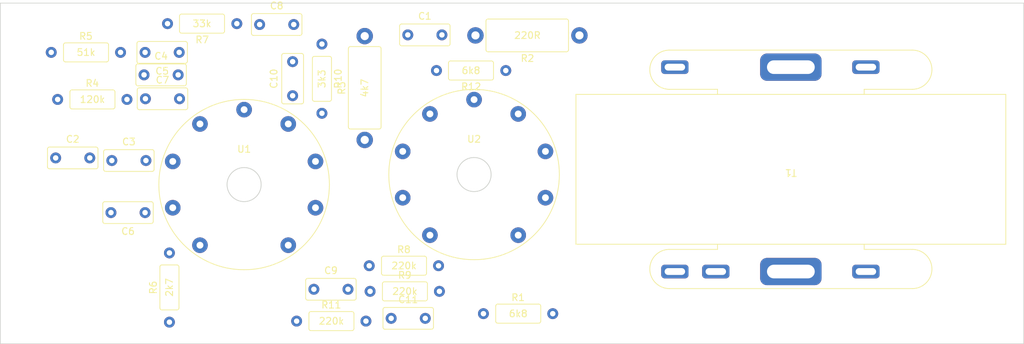
<source format=kicad_pcb>
(kicad_pcb (version 20211014) (generator pcbnew)
  (layers (0 "F.Cu" signal) (31 "B.Cu" signal) (34 "B.Paste" user) (35 "F.Paste" user) (36 "B.SilkS" user "B.Silkscreen") (37 "F.SilkS" user "F.Silkscreen") (38 "B.Mask" user) (39 "F.Mask" user) (44 "Edge.Cuts" user))
  (net 0 "")
  (net 1 "Left_input")
  (net 2 "Net-(C2-Pad2)")
  (net 3 "Net-(U1-Pad7)")
  (net 4 "Net-(C4-Pad1)")
  (net 5 "Net-(C4-Pad2)")
  (net 6 "Net-(C5-Pad2)")
  (net 7 "Net-(U1-Pad8)")
  (net 8 "Net-(U1-Pad6)")
  (net 10 "Net-(C8-Pad1)")
  (net 11 "Net-(C1-Pad1)")
  (net 12 "Net-(U1-Pad3)")
  (net 13 "Net-(C9-Pad1)")
  (net 14 "GND")
  (net 15 "Net-(U1-Pad1)")
  (net 16 "Net-(R1-Pad1)")
  (net 17 "Net-(R1-Pad2)")
  (net 18 "Net-(R2-Pad1)")
  (net 19 "Net-(R3-Pad1)")
  (net 20 "Net-(R4-Pad1)")
  (net 21 "240V")
  (net 22 "Left_output")
  (net 23 "Net-(U2-Pad9)")
  (net 24 "Net-(U1-Pad2)")
  (net 25 "+6V")
  (footprint "spdf1626_lib:C_THT_K73-17_P5.00mm" (layer "F.Cu") (at 111.0634 30.5308)
    (fp_text reference "C4" (at 2.5 -2.75) (layer "F.SilkS"))
    (fp_text value "2200pF")
    (fp_line (start -0.9 -1.6) (end 5.9 -1.6) (layer "F.SilkS") (width 0.12))
    (fp_line (start 6.2 -1.3) (end 6.2 1.3) (layer "F.SilkS") (width 0.12))
    (fp_line (start -0.9 1.6) (end 5.9 1.6) (layer "F.SilkS") (width 0.12))
    (fp_line (start -1.2 -1.3) (end -1.2 1.3) (layer "F.SilkS") (width 0.12))
    (fp_arc (start 6.2 1.3) (mid 6.112132 1.512132) (end 5.9 1.6) (layer "F.SilkS") (width 0.12))
    (fp_arc (start -1.2 -1.3) (mid -1.112132 -1.512132) (end -0.9 -1.6) (layer "F.SilkS") (width 0.12))
    (fp_arc (start 5.9 -1.6) (mid 6.112132 -1.512132) (end 6.2 -1.3) (layer "F.SilkS") (width 0.12))
    (fp_arc (start -0.9 1.6) (mid -1.112132 1.512132) (end -1.2 1.3) (layer "F.SilkS") (width 0.12))
    (pad "1" thru_hole circle (at 0 0) (size 1.6 1.6) (drill 0.8) (layers *.Cu *.Mask) (net 4 "Net-(C4-Pad1)"))
    (pad "2" thru_hole circle (at 5 0) (size 1.6 1.6) (drill 0.8) (layers *.Cu *.Mask) (net 5 "Net-(C4-Pad2)"))
  )
  (footprint "spdf1626_lib:C_THT_K73-17_P5.00mm" (layer "F.Cu") (at 111.212 50.7492 180)
    (fp_text reference "C6" (at 2.5 -2.75) (layer "F.SilkS"))
    (fp_text value "0,01uF")
    (fp_line (start 6.2 -1.3) (end 6.2 1.3) (layer "F.SilkS") (width 0.12))
    (fp_line (start -0.9 -1.6) (end 5.9 -1.6) (layer "F.SilkS") (width 0.12))
    (fp_line (start -0.9 1.6) (end 5.9 1.6) (layer "F.SilkS") (width 0.12))
    (fp_line (start -1.2 -1.3) (end -1.2 1.3) (layer "F.SilkS") (width 0.12))
    (fp_arc (start -1.2 -1.3) (mid -1.112132 -1.512132) (end -0.9 -1.6) (layer "F.SilkS") (width 0.12))
    (fp_arc (start -0.9 1.6) (mid -1.112132 1.512132) (end -1.2 1.3) (layer "F.SilkS") (width 0.12))
    (fp_arc (start 5.9 -1.6) (mid 6.112132 -1.512132) (end 6.2 -1.3) (layer "F.SilkS") (width 0.12))
    (fp_arc (start 6.2 1.3) (mid 6.112132 1.512132) (end 5.9 1.6) (layer "F.SilkS") (width 0.12))
    (pad "1" thru_hole circle (at 0 0 180) (size 1.6 1.6) (drill 0.8) (layers *.Cu *.Mask) (net 7 "Net-(U1-Pad8)"))
    (pad "2" thru_hole circle (at 5 0 180) (size 1.6 1.6) (drill 0.8) (layers *.Cu *.Mask) (net 14 "GND"))
  )
  (footprint "spdf1626_lib:R_THT_025W" (layer "F.Cu") (at 98.3996 34.1376)
    (fp_text reference "R4" (at 5.08 -2.37) (layer "F.SilkS"))
    (fp_text value "120k" (at 5.1 0) (layer "F.SilkS"))
    (fp_line (start 1.8 -1.1) (end 1.8 1.1) (layer "F.SilkS") (width 0.12))
    (fp_line (start 2.1 1.4) (end 8.1 1.4) (layer "F.SilkS") (width 0.12))
    (fp_line (start 8.4 1.1) (end 8.4 -1.1) (layer "F.SilkS") (width 0.12))
    (fp_line (start 8.1 -1.4) (end 2.1 -1.4) (layer "F.SilkS") (width 0.12))
    (fp_arc (start 8.4 1.1) (mid 8.312132 1.312132) (end 8.1 1.4) (layer "F.SilkS") (width 0.12))
    (fp_arc (start 8.1 -1.4) (mid 8.312132 -1.312132) (end 8.4 -1.1) (layer "F.SilkS") (width 0.12))
    (fp_arc (start 2.1 1.4) (mid 1.887868 1.312132) (end 1.8 1.1) (layer "F.SilkS") (width 0.12))
    (fp_arc (start 1.8 -1.1) (mid 1.887868 -1.312132) (end 2.1 -1.4) (layer "F.SilkS") (width 0.12))
    (pad "1" thru_hole circle (at 0 0) (size 1.6 1.6) (drill 0.8) (layers *.Cu *.Mask) (net 20 "Net-(R4-Pad1)"))
    (pad "2" thru_hole oval (at 10.16 0) (size 1.6 1.6) (drill 0.8) (layers *.Cu *.Mask) (net 4 "Net-(C4-Pad1)"))
  )
  (footprint "spdf1626_lib:R_THT_025W" (layer "F.Cu") (at 124.6632 23.0124 180)
    (fp_text reference "R7" (at 5.08 -2.37) (layer "F.SilkS"))
    (fp_text value "33k" (at 5.1 0) (layer "F.SilkS"))
    (fp_line (start 1.8 -1.1) (end 1.8 1.1) (layer "F.SilkS") (width 0.12))
    (fp_line (start 8.1 -1.4) (end 2.1 -1.4) (layer "F.SilkS") (width 0.12))
    (fp_line (start 2.1 1.4) (end 8.1 1.4) (layer "F.SilkS") (width 0.12))
    (fp_line (start 8.4 1.1) (end 8.4 -1.1) (layer "F.SilkS") (width 0.12))
    (fp_arc (start 1.8 -1.1) (mid 1.887868 -1.312132) (end 2.1 -1.4) (layer "F.SilkS") (width 0.12))
    (fp_arc (start 2.1 1.4) (mid 1.887868 1.312132) (end 1.8 1.1) (layer "F.SilkS") (width 0.12))
    (fp_arc (start 8.1 -1.4) (mid 8.312132 -1.312132) (end 8.4 -1.1) (layer "F.SilkS") (width 0.12))
    (fp_arc (start 8.4 1.1) (mid 8.312132 1.312132) (end 8.1 1.4) (layer "F.SilkS") (width 0.12))
    (pad "1" thru_hole circle (at 0 0 180) (size 1.6 1.6) (drill 0.8) (layers *.Cu *.Mask) (net 10 "Net-(C8-Pad1)"))
    (pad "2" thru_hole oval (at 10.16 0 180) (size 1.6 1.6) (drill 0.8) (layers *.Cu *.Mask) (net 5 "Net-(C4-Pad2)"))
  )
  (footprint "spdf1626_lib:R_THT_025W" (layer "F.Cu") (at 137.1346 26.0096 -90)
    (fp_text reference "R10" (at 5.08 -2.37 90) (layer "F.SilkS"))
    (fp_text value "3k3" (at 5.1 0 90) (layer "F.SilkS"))
    (fp_line (start 8.1 -1.4) (end 2.1 -1.4) (layer "F.SilkS") (width 0.12))
    (fp_line (start 2.1 1.4) (end 8.1 1.4) (layer "F.SilkS") (width 0.12))
    (fp_line (start 1.8 -1.1) (end 1.8 1.1) (layer "F.SilkS") (width 0.12))
    (fp_line (start 8.4 1.1) (end 8.4 -1.1) (layer "F.SilkS") (width 0.12))
    (fp_arc (start 2.1 1.4) (mid 1.887868 1.312132) (end 1.8 1.1) (layer "F.SilkS") (width 0.12))
    (fp_arc (start 8.4 1.1) (mid 8.312132 1.312132) (end 8.1 1.4) (layer "F.SilkS") (width 0.12))
    (fp_arc (start 8.1 -1.4) (mid 8.312132 -1.312132) (end 8.4 -1.1) (layer "F.SilkS") (width 0.12))
    (fp_arc (start 1.8 -1.1) (mid 1.887868 -1.312132) (end 2.1 -1.4) (layer "F.SilkS") (width 0.12))
    (pad "1" thru_hole circle (at 0 0 270) (size 1.6 1.6) (drill 0.8) (layers *.Cu *.Mask) (net 14 "GND"))
    (pad "2" thru_hole oval (at 10.16 0 270) (size 1.6 1.6) (drill 0.8) (layers *.Cu *.Mask) (net 12 "Net-(U1-Pad3)"))
  )
  (footprint "spdf1626_lib:R_THT_025W" (layer "F.Cu") (at 133.4262 66.675)
    (fp_text reference "R11" (at 5.08 -2.37) (layer "F.SilkS"))
    (fp_text value "220k" (at 5.1 0) (layer "F.SilkS"))
    (fp_line (start 1.8 -1.1) (end 1.8 1.1) (layer "F.SilkS") (width 0.12))
    (fp_line (start 8.4 1.1) (end 8.4 -1.1) (layer "F.SilkS") (width 0.12))
    (fp_line (start 8.1 -1.4) (end 2.1 -1.4) (layer "F.SilkS") (width 0.12))
    (fp_line (start 2.1 1.4) (end 8.1 1.4) (layer "F.SilkS") (width 0.12))
    (fp_arc (start 8.1 -1.4) (mid 8.312132 -1.312132) (end 8.4 -1.1) (layer "F.SilkS") (width 0.12))
    (fp_arc (start 1.8 -1.1) (mid 1.887868 -1.312132) (end 2.1 -1.4) (layer "F.SilkS") (width 0.12))
    (fp_arc (start 8.4 1.1) (mid 8.312132 1.312132) (end 8.1 1.4) (layer "F.SilkS") (width 0.12))
    (fp_arc (start 2.1 1.4) (mid 1.887868 1.312132) (end 1.8 1.1) (layer "F.SilkS") (width 0.12))
    (pad "1" thru_hole circle (at 0 0) (size 1.6 1.6) (drill 0.8) (layers *.Cu *.Mask) (net 14 "GND"))
    (pad "2" thru_hole oval (at 10.16 0) (size 1.6 1.6) (drill 0.8) (layers *.Cu *.Mask) (net 16 "Net-(R1-Pad1)"))
  )
  (footprint "spdf1626_lib:9-pin_tube_socket" (layer "F.Cu") (at 159.4358 45.1612)
    (fp_text reference "U2" (at 0 -5.2 unlocked) (layer "F.SilkS"))
    (fp_text value "6P14P")
    (fp_circle (center 0 0) (end 12.5 0) (layer "F.SilkS") (width 0.12) (fill none))
    (fp_circle (center 0 0) (end 2.5 0) (layer "Edge.Cuts") (width 0.12) (fill none))
    (pad "1" thru_hole circle (at 6.47 8.9) (size 2.286 2.286) (drill 1) (layers *.Cu *.Mask))
    (pad "2" thru_hole circle (at 10.46 3.4) (size 2.286 2.286) (drill 1) (layers *.Cu *.Mask) (net 17 "Net-(R1-Pad2)"))
    (pad "3" thru_hole circle (at 10.46 -3.4) (size 2.286 2.286) (drill 1) (layers *.Cu *.Mask) (net 18 "Net-(R2-Pad1)"))
    (pad "4" thru_hole circle (at 6.47 -8.9) (size 2.286 2.286) (drill 1) (layers *.Cu *.Mask) (net 25 "+6V"))
    (pad "5" thru_hole circle (at 0 -11) (size 2.286 2.286) (drill 1) (layers *.Cu *.Mask) (net 14 "GND"))
    (pad "6" thru_hole circle (at -6.47 -8.9) (size 2.286 2.286) (drill 1) (layers *.Cu *.Mask))
    (pad "7" thru_hole circle (at -10.46 -3.4) (size 2.286 2.286) (drill 1) (layers *.Cu *.Mask) (net 19 "Net-(R3-Pad1)"))
    (pad "8" thru_hole circle (at -10.46 3.4) (size 2.286 2.286) (drill 1) (layers *.Cu *.Mask))
    (pad "9" thru_hole circle (at -6.47 8.9) (size 2.286 2.286) (drill 1) (layers *.Cu *.Mask) (net 23 "Net-(U2-Pad9)"))
  )
  (footprint "spdf1626_lib:R_THT_025W" (layer "F.Cu") (at 144.0688 58.547)
    (fp_text reference "R8" (at 5.08 -2.37) (layer "F.SilkS"))
    (fp_text value "220k" (at 5.1 0) (layer "F.SilkS"))
    (fp_line (start 1.8 -1.1) (end 1.8 1.1) (layer "F.SilkS") (width 0.12))
    (fp_line (start 8.4 1.1) (end 8.4 -1.1) (layer "F.SilkS") (width 0.12))
    (fp_line (start 2.1 1.4) (end 8.1 1.4) (layer "F.SilkS") (width 0.12))
    (fp_line (start 8.1 -1.4) (end 2.1 -1.4) (layer "F.SilkS") (width 0.12))
    (fp_arc (start 2.1 1.4) (mid 1.887868 1.312132) (end 1.8 1.1) (layer "F.SilkS") (width 0.12))
    (fp_arc (start 8.4 1.1) (mid 8.312132 1.312132) (end 8.1 1.4) (layer "F.SilkS") (width 0.12))
    (fp_arc (start 8.1 -1.4) (mid 8.312132 -1.312132) (end 8.4 -1.1) (layer "F.SilkS") (width 0.12))
    (fp_arc (start 1.8 -1.1) (mid 1.887868 -1.312132) (end 2.1 -1.4) (layer "F.SilkS") (width 0.12))
    (pad "1" thru_hole circle (at 0 0) (size 1.6 1.6) (drill 0.8) (layers *.Cu *.Mask) (net 8 "Net-(U1-Pad6)"))
    (pad "2" thru_hole oval (at 10.16 0) (size 1.6 1.6) (drill 0.8) (layers *.Cu *.Mask) (net 21 "240V"))
  )
  (footprint "spdf1626_lib:R_THT_025W" (layer "F.Cu") (at 144.1958 62.3062)
    (fp_text reference "R9" (at 5.08 -2.37) (layer "F.SilkS"))
    (fp_text value "220k" (at 5.1 0) (layer "F.SilkS"))
    (fp_line (start 8.4 1.1) (end 8.4 -1.1) (layer "F.SilkS") (width 0.12))
    (fp_line (start 2.1 1.4) (end 8.1 1.4) (layer "F.SilkS") (width 0.12))
    (fp_line (start 1.8 -1.1) (end 1.8 1.1) (layer "F.SilkS") (width 0.12))
    (fp_line (start 8.1 -1.4) (end 2.1 -1.4) (layer "F.SilkS") (width 0.12))
    (fp_arc (start 1.8 -1.1) (mid 1.887868 -1.312132) (end 2.1 -1.4) (layer "F.SilkS") (width 0.12))
    (fp_arc (start 2.1 1.4) (mid 1.887868 1.312132) (end 1.8 1.1) (layer "F.SilkS") (width 0.12))
    (fp_arc (start 8.1 -1.4) (mid 8.312132 -1.312132) (end 8.4 -1.1) (layer "F.SilkS") (width 0.12))
    (fp_arc (start 8.4 1.1) (mid 8.312132 1.312132) (end 8.1 1.4) (layer "F.SilkS") (width 0.12))
    (pad "1" thru_hole circle (at 0 0) (size 1.6 1.6) (drill 0.8) (layers *.Cu *.Mask) (net 15 "Net-(U1-Pad1)"))
    (pad "2" thru_hole oval (at 10.16 0) (size 1.6 1.6) (drill 0.8) (layers *.Cu *.Mask) (net 21 "240V"))
  )
  (footprint "spdf1626_lib:C_THT_K73-17_P5.00mm" (layer "F.Cu") (at 135.9554 62.0014)
    (fp_text reference "C9" (at 2.5 -2.75) (layer "F.SilkS"))
    (fp_text value "5,6pF")
    (fp_line (start -0.9 1.6) (end 5.9 1.6) (layer "F.SilkS") (width 0.12))
    (fp_line (start 6.2 -1.3) (end 6.2 1.3) (layer "F.SilkS") (width 0.12))
    (fp_line (start -0.9 -1.6) (end 5.9 -1.6) (layer "F.SilkS") (width 0.12))
    (fp_line (start -1.2 -1.3) (end -1.2 1.3) (layer "F.SilkS") (width 0.12))
    (fp_arc (start 6.2 1.3) (mid 6.112132 1.512132) (end 5.9 1.6) (layer "F.SilkS") (width 0.12))
    (fp_arc (start -0.9 1.6) (mid -1.112132 1.512132) (end -1.2 1.3) (layer "F.SilkS") (width 0.12))
    (fp_arc (start 5.9 -1.6) (mid 6.112132 -1.512132) (end 6.2 -1.3) (layer "F.SilkS") (width 0.12))
    (fp_arc (start -1.2 -1.3) (mid -1.112132 -1.512132) (end -0.9 -1.6) (layer "F.SilkS") (width 0.12))
    (pad "1" thru_hole circle (at 0 0) (size 1.6 1.6) (drill 0.8) (layers *.Cu *.Mask) (net 13 "Net-(C9-Pad1)"))
    (pad "2" thru_hole circle (at 5 0) (size 1.6 1.6) (drill 0.8) (layers *.Cu *.Mask) (net 15 "Net-(U1-Pad1)"))
  )
  (footprint "spdf1626_lib:C_THT_K73-17_P5.00mm" (layer "F.Cu") (at 98.1094 42.7228)
    (fp_text reference "C2" (at 2.5 -2.75) (layer "F.SilkS"))
    (fp_text value "0,047uF")
    (fp_line (start -0.9 -1.6) (end 5.9 -1.6) (layer "F.SilkS") (width 0.12))
    (fp_line (start -1.2 -1.3) (end -1.2 1.3) (layer "F.SilkS") (width 0.12))
    (fp_line (start 6.2 -1.3) (end 6.2 1.3) (layer "F.SilkS") (width 0.12))
    (fp_line (start -0.9 1.6) (end 5.9 1.6) (layer "F.SilkS") (width 0.12))
    (fp_arc (start 6.2 1.3) (mid 6.112132 1.512132) (end 5.9 1.6) (layer "F.SilkS") (width 0.12))
    (fp_arc (start -0.9 1.6) (mid -1.112132 1.512132) (end -1.2 1.3) (layer "F.SilkS") (width 0.12))
    (fp_arc (start -1.2 -1.3) (mid -1.112132 -1.512132) (end -0.9 -1.6) (layer "F.SilkS") (width 0.12))
    (fp_arc (start 5.9 -1.6) (mid 6.112132 -1.512132) (end 6.2 -1.3) (layer "F.SilkS") (width 0.12))
    (pad "1" thru_hole circle (at 0 0) (size 1.6 1.6) (drill 0.8) (layers *.Cu *.Mask) (net 1 "Left_input"))
    (pad "2" thru_hole circle (at 5 0) (size 1.6 1.6) (drill 0.8) (layers *.Cu *.Mask) (net 2 "Net-(C2-Pad2)"))
  )
  (footprint "spdf1626_lib:R_THT_025W" (layer "F.Cu") (at 160.8074 65.5828)
    (fp_text reference "R1" (at 5.08 -2.37) (layer "F.SilkS"))
    (fp_text value "6k8" (at 5.1 0) (layer "F.SilkS"))
    (fp_line (start 8.1 -1.4) (end 2.1 -1.4) (layer "F.SilkS") (width 0.12))
    (fp_line (start 8.4 1.1) (end 8.4 -1.1) (layer "F.SilkS") (width 0.12))
    (fp_line (start 2.1 1.4) (end 8.1 1.4) (layer "F.SilkS") (width 0.12))
    (fp_line (start 1.8 -1.1) (end 1.8 1.1) (layer "F.SilkS") (width 0.12))
    (fp_arc (start 8.4 1.1) (mid 8.312132 1.312132) (end 8.1 1.4) (layer "F.SilkS") (width 0.12))
    (fp_arc (start 2.1 1.4) (mid 1.887868 1.312132) (end 1.8 1.1) (layer "F.SilkS") (width 0.12))
    (fp_arc (start 8.1 -1.4) (mid 8.312132 -1.312132) (end 8.4 -1.1) (layer "F.SilkS") (width 0.12))
    (fp_arc (start 1.8 -1.1) (mid 1.887868 -1.312132) (end 2.1 -1.4) (layer "F.SilkS") (width 0.12))
    (pad "1" thru_hole circle (at 0 0) (size 1.6 1.6) (drill 0.8) (layers *.Cu *.Mask) (net 16 "Net-(R1-Pad1)"))
    (pad "2" thru_hole oval (at 10.16 0) (size 1.6 1.6) (drill 0.8) (layers *.Cu *.Mask) (net 17 "Net-(R1-Pad2)"))
  )
  (footprint "spdf1626_lib:C_THT_K73-17_P5.00mm" (layer "F.Cu") (at 132.842 33.5896 90)
    (fp_text reference "C10" (at 2.5 -2.75 90) (layer "F.SilkS"))
    (fp_text value "2200pF")
    (fp_line (start 6.2 -1.3) (end 6.2 1.3) (layer "F.SilkS") (width 0.12))
    (fp_line (start -1.2 -1.3) (end -1.2 1.3) (layer "F.SilkS") (width 0.12))
    (fp_line (start -0.9 -1.6) (end 5.9 -1.6) (layer "F.SilkS") (width 0.12))
    (fp_line (start -0.9 1.6) (end 5.9 1.6) (layer "F.SilkS") (width 0.12))
    (fp_arc (start 5.9 -1.6) (mid 6.112132 -1.512132) (end 6.2 -1.3) (layer "F.SilkS") (width 0.12))
    (fp_arc (start -0.9 1.6) (mid -1.112132 1.512132) (end -1.2 1.3) (layer "F.SilkS") (width 0.12))
    (fp_arc (start -1.2 -1.3) (mid -1.112132 -1.512132) (end -0.9 -1.6) (layer "F.SilkS") (width 0.12))
    (fp_arc (start 6.2 1.3) (mid 6.112132 1.512132) (end 5.9 1.6) (layer "F.SilkS") (width 0.12))
    (pad "1" thru_hole circle (at 0 0 90) (size 1.6 1.6) (drill 0.8) (layers *.Cu *.Mask) (net 12 "Net-(U1-Pad3)"))
    (pad "2" thru_hole circle (at 5 0 90) (size 1.6 1.6) (drill 0.8) (layers *.Cu *.Mask) (net 14 "GND"))
  )
  (footprint "spdf1626_lib:C_THT_K73-17_P5.00mm" (layer "F.Cu") (at 128.0052 23.1394)
    (fp_text reference "C8" (at 2.5 -2.75) (layer "F.SilkS"))
    (fp_text value "2200pF")
    (fp_line (start -0.9 -1.6) (end 5.9 -1.6) (layer "F.SilkS") (width 0.12))
    (fp_line (start -0.9 1.6) (end 5.9 1.6) (layer "F.SilkS") (width 0.12))
    (fp_line (start 6.2 -1.3) (end 6.2 1.3) (layer "F.SilkS") (width 0.12))
    (fp_line (start -1.2 -1.3) (end -1.2 1.3) (layer "F.SilkS") (width 0.12))
    (fp_arc (start 5.9 -1.6) (mid 6.112132 -1.512132) (end 6.2 -1.3) (layer "F.SilkS") (width 0.12))
    (fp_arc (start 6.2 1.3) (mid 6.112132 1.512132) (end 5.9 1.6) (layer "F.SilkS") (width 0.12))
    (fp_arc (start -0.9 1.6) (mid -1.112132 1.512132) (end -1.2 1.3) (layer "F.SilkS") (width 0.12))
    (fp_arc (start -1.2 -1.3) (mid -1.112132 -1.512132) (end -0.9 -1.6) (layer "F.SilkS") (width 0.12))
    (pad "1" thru_hole circle (at 0 0) (size 1.6 1.6) (drill 0.8) (layers *.Cu *.Mask) (net 10 "Net-(C8-Pad1)"))
    (pad "2" thru_hole circle (at 5 0) (size 1.6 1.6) (drill 0.8) (layers *.Cu *.Mask) (net 12 "Net-(U1-Pad3)"))
  )
  (footprint "spdf1626_lib:R_THT_025W" (layer "F.Cu") (at 114.7826 66.827399 90)
    (fp_text reference "R6" (at 5.08 -2.37 90) (layer "F.SilkS"))
    (fp_text value "2k7" (at 5.1 0 90) (layer "F.SilkS"))
    (fp_line (start 8.1 -1.4) (end 2.1 -1.4) (layer "F.SilkS") (width 0.12))
    (fp_line (start 8.4 1.1) (end 8.4 -1.1) (layer "F.SilkS") (width 0.12))
    (fp_line (start 1.8 -1.1) (end 1.8 1.1) (layer "F.SilkS") (width 0.12))
    (fp_line (start 2.1 1.4) (end 8.1 1.4) (layer "F.SilkS") (width 0.12))
    (fp_arc (start 8.4 1.1) (mid 8.312132 1.312132) (end 8.1 1.4) (layer "F.SilkS") (width 0.12))
    (fp_arc (start 8.1 -1.4) (mid 8.312132 -1.312132) (end 8.4 -1.1) (layer "F.SilkS") (width 0.12))
    (fp_arc (start 2.1 1.4) (mid 1.887868 1.312132) (end 1.8 1.1) (layer "F.SilkS") (width 0.12))
    (fp_arc (start 1.8 -1.1) (mid 1.887868 -1.312132) (end 2.1 -1.4) (layer "F.SilkS") (width 0.12))
    (pad "1" thru_hole circle (at 0 0 90) (size 1.6 1.6) (drill 0.8) (layers *.Cu *.Mask) (net 14 "GND"))
    (pad "2" thru_hole oval (at 10.16 0 90) (size 1.6 1.6) (drill 0.8) (layers *.Cu *.Mask) (net 7 "Net-(U1-Pad8)"))
  )
  (footprint "spdf1626_lib:C_THT_K73-17_P5.00mm" (layer "F.Cu") (at 147.2838 66.2686)
    (fp_text reference "C11" (at 2.5 -2.75) (layer "F.SilkS"))
    (fp_text value "3300pF")
    (fp_line (start -0.9 1.6) (end 5.9 1.6) (layer "F.SilkS") (width 0.12))
    (fp_line (start 6.2 -1.3) (end 6.2 1.3) (layer "F.SilkS") (width 0.12))
    (fp_line (start -0.9 -1.6) (end 5.9 -1.6) (layer "F.SilkS") (width 0.12))
    (fp_line (start -1.2 -1.3) (end -1.2 1.3) (layer "F.SilkS") (width 0.12))
    (fp_arc (start 5.9 -1.6) (mid 6.112132 -1.512132) (end 6.2 -1.3) (layer "F.SilkS") (width 0.12))
    (fp_arc (start -1.2 -1.3) (mid -1.112132 -1.512132) (end -0.9 -1.6) (layer "F.SilkS") (width 0.12))
    (fp_arc (start 6.2 1.3) (mid 6.112132 1.512132) (end 5.9 1.6) (layer "F.SilkS") (width 0.12))
    (fp_arc (start -0.9 1.6) (mid -1.112132 1.512132) (end -1.2 1.3) (layer "F.SilkS") (width 0.12))
    (pad "1" thru_hole circle (at 0 0) (size 1.6 1.6) (drill 0.8) (layers *.Cu *.Mask) (net 15 "Net-(U1-Pad1)"))
    (pad "2" thru_hole circle (at 5 0) (size 1.6 1.6) (drill 0.8) (layers *.Cu *.Mask) (net 16 "Net-(R1-Pad1)"))
  )
  (footprint "spdf1626_lib:R_THT_1W" (layer "F.Cu") (at 143.4084 40.0812 90)
    (fp_text reference "R3" (at 7.62 -3.37 90) (layer "F.SilkS"))
    (fp_text value "4k7" (at 7.62 0 90) (layer "F.SilkS"))
    (fp_line (start 13.4 -2.4) (end 1.9 -2.4) (layer "F.SilkS") (width 0.12))
    (fp_line (start 1.6 -2.1) (end 1.6 2.1) (layer "F.SilkS") (width 0.12))
    (fp_line (start 13.7 2.1) (end 13.7 -2.1) (layer "F.SilkS") (width 0.12))
    (fp_line (start 1.9 2.4) (end 13.4 2.4) (layer "F.SilkS") (width 0.12))
    (fp_arc (start 1.9 2.4) (mid 1.687868 2.312132) (end 1.6 2.1) (layer "F.SilkS") (width 0.12))
    (fp_arc (start 1.6 -2.1) (mid 1.687868 -2.312132) (end 1.9 -2.4) (layer "F.SilkS") (width 0.12))
    (fp_arc (start 13.4 -2.4) (mid 13.612132 -2.312132) (end 13.7 -2.1) (layer "F.SilkS") (width 0.12))
    (fp_arc (start 13.7 2.1) (mid 13.612132 2.312132) (end 13.4 2.4) (layer "F.SilkS") (width 0.12))
    (pad "1" thru_hole circle (at 0 0 90) (size 2.4 2.4) (drill 1.2) (layers *.Cu *.Mask) (net 19 "Net-(R3-Pad1)"))
    (pad "2" thru_hole oval (at 15.24 0 90) (size 2.4 2.4) (drill 1.2) (layers *.Cu *.Mask) (net 11 "Net-(C1-Pad1)"))
  )
  (footprint "spdf1626_lib:9-pin_tube_socket" (layer "F.Cu") (at 125.73 46.6344)
    (fp_text reference "U1" (at 0 -5.2 unlocked) (layer "F.SilkS"))
    (fp_text value "6N2P")
    (fp_circle (center 0 0) (end 12.5 0) (layer "F.SilkS") (width 0.12) (fill none))
    (fp_circle (center 0 0) (end 2.5 0) (layer "Edge.Cuts") (width 0.12) (fill none))
    (pad "1" thru_hole circle (at 6.47 8.9) (size 2.286 2.286) (drill 1) (layers *.Cu *.Mask) (net 15 "Net-(U1-Pad1)"))
    (pad "2" thru_hole circle (at 10.46 3.4) (size 2.286 2.286) (drill 1) (layers *.Cu *.Mask) (net 24 "Net-(U1-Pad2)"))
    (pad "3" thru_hole circle (at 10.46 -3.4) (size 2.286 2.286) (drill 1) (layers *.Cu *.Mask) (net 12 "Net-(U1-Pad3)"))
    (pad "4" thru_hole circle (at 6.47 -8.9) (size 2.286 2.286) (drill 1) (layers *.Cu *.Mask) (net 25 "+6V"))
    (pad "5" thru_hole circle (at 0 -11) (size 2.286 2.286) (drill 1) (layers *.Cu *.Mask) (net 14 "GND"))
    (pad "6" thru_hole circle (at -6.47 -8.9) (size 2.286 2.286) (drill 1) (layers *.Cu *.Mask) (net 8 "Net-(U1-Pad6)"))
    (pad "7" thru_hole circle (at -10.46 -3.4) (size 2.286 2.286) (drill 1) (layers *.Cu *.Mask) (net 3 "Net-(U1-Pad7)"))
    (pad "8" thru_hole circle (at -10.46 3.4) (size 2.286 2.286) (drill 1) (layers *.Cu *.Mask) (net 7 "Net-(U1-Pad8)"))
    (pad "9" thru_hole circle (at -6.47 8.9) (size 2.286 2.286) (drill 1) (layers *.Cu *.Mask))
  )
  (footprint "spdf1626_lib:C_THT_K73-17_P5.00mm" (layer "F.Cu") (at 106.339 43.1038)
    (fp_text reference "C3" (at 2.5 -2.75) (layer "F.SilkS"))
    (fp_text value "27pF")
    (fp_line (start -0.9 -1.6) (end 5.9 -1.6) (layer "F.SilkS") (width 0.12))
    (fp_line (start 6.2 -1.3) (end 6.2 1.3) (layer "F.SilkS") (width 0.12))
    (fp_line (start -0.9 1.6) (end 5.9 1.6) (layer "F.SilkS") (width 0.12))
    (fp_line (start -1.2 -1.3) (end -1.2 1.3) (layer "F.SilkS") (width 0.12))
    (fp_arc (start 5.9 -1.6) (mid 6.112132 -1.512132) (end 6.2 -1.3) (layer "F.SilkS") (width 0.12))
    (fp_arc (start 6.2 1.3) (mid 6.112132 1.512132) (end 5.9 1.6) (layer "F.SilkS") (width 0.12))
    (fp_arc (start -1.2 -1.3) (mid -1.112132 -1.512132) (end -0.9 -1.6) (layer "F.SilkS") (width 0.12))
    (fp_arc (start -0.9 1.6) (mid -1.112132 1.512132) (end -1.2 1.3) (layer "F.SilkS") (width 0.12))
    (pad "1" thru_hole circle (at 0 0) (size 1.6 1.6) (drill 0.8) (layers *.Cu *.Mask) (net 2 "Net-(C2-Pad2)"))
    (pad "2" thru_hole circle (at 5 0) (size 1.6 1.6) (drill 0.8) (layers *.Cu *.Mask) (net 3 "Net-(U1-Pad7)"))
  )
  (footprint "spdf1626_lib:R_THT_025W" (layer "F.Cu") (at 164.084 29.8958 180)
    (fp_text reference "R12" (at 5.08 -2.37) (layer "F.SilkS"))
    (fp_text value "6k8" (at 5.1 0) (layer "F.SilkS"))
    (fp_line (start 2.1 1.4) (end 8.1 1.4) (layer "F.SilkS") (width 0.12))
    (fp_line (start 8.1 -1.4) (end 2.1 -1.4) (layer "F.SilkS") (width 0.12))
    (fp_line (start 1.8 -1.1) (end 1.8 1.1) (layer "F.SilkS") (width 0.12))
    (fp_line (start 8.4 1.1) (end 8.4 -1.1) (layer "F.SilkS") (width 0.12))
    (fp_arc (start 8.4 1.1) (mid 8.312132 1.312132) (end 8.1 1.4) (layer "F.SilkS") (width 0.12))
    (fp_arc (start 2.1 1.4) (mid 1.887868 1.312132) (end 1.8 1.1) (layer "F.SilkS") (width 0.12))
    (fp_arc (start 1.8 -1.1) (mid 1.887868 -1.312132) (end 2.1 -1.4) (layer "F.SilkS") (width 0.12))
    (fp_arc (start 8.1 -1.4) (mid 8.312132 -1.312132) (end 8.4 -1.1) (layer "F.SilkS") (width 0.12))
    (pad "1" thru_hole circle (at 0 0 180) (size 1.6 1.6) (drill 0.8) (layers *.Cu *.Mask) (net 22 "Left_output"))
    (pad "2" thru_hole oval (at 10.16 0 180) (size 1.6 1.6) (drill 0.8) (layers *.Cu *.Mask) (net 12 "Net-(U1-Pad3)"))
  )
  (footprint "spdf1626_lib:C_THT_K73-17_P5.00mm" (layer "F.Cu") (at 111.2666 34.036)
    (fp_text reference "C7" (at 2.5 -2.75) (layer "F.SilkS"))
    (fp_text value "0,033uF")
    (fp_line (start -1.2 -1.3) (end -1.2 1.3) (layer "F.SilkS") (width 0.12))
    (fp_line (start -0.9 -1.6) (end 5.9 -1.6) (layer "F.SilkS") (width 0.12))
    (fp_line (start 6.2 -1.3) (end 6.2 1.3) (layer "F.SilkS") (width 0.12))
    (fp_line (start -0.9 1.6) (end 5.9 1.6) (layer "F.SilkS") (width 0.12))
    (fp_arc (start -1.2 -1.3) (mid -1.112132 -1.512132) (end -0.9 -1.6) (layer "F.SilkS") (width 0.12))
    (fp_arc (start -0.9 1.6) (mid -1.112132 1.512132) (end -1.2 1.3) (layer "F.SilkS") (width 0.12))
    (fp_arc (start 6.2 1.3) (mid 6.112132 1.512132) (end 5.9 1.6) (layer "F.SilkS") (width 0.12))
    (fp_arc (start 5.9 -1.6) (mid 6.112132 -1.512132) (end 6.2 -1.3) (layer "F.SilkS") (width 0.12))
    (pad "1" thru_hole circle (at 0 0) (size 1.6 1.6) (drill 0.8) (layers *.Cu *.Mask) (net 4 "Net-(C4-Pad1)"))
    (pad "2" thru_hole circle (at 5 0) (size 1.6 1.6) (drill 0.8) (layers *.Cu *.Mask) (net 8 "Net-(U1-Pad6)"))
  )
  (footprint "spdf1626_lib:C_THT_K73-17_P5.00mm" (layer "F.Cu") (at 116.2158 27.2288 180)
    (fp_text reference "C5" (at 2.5 -2.75) (layer "F.SilkS"))
    (fp_text value "4700pF")
    (fp_line (start -1.2 -1.3) (end -1.2 1.3) (layer "F.SilkS") (width 0.12))
    (fp_line (start 6.2 -1.3) (end 6.2 1.3) (layer "F.SilkS") (width 0.12))
    (fp_line (start -0.9 1.6) (end 5.9 1.6) (layer "F.SilkS") (width 0.12))
    (fp_line (start -0.9 -1.6) (end 5.9 -1.6) (layer "F.SilkS") (width 0.12))
    (fp_arc (start -0.9 1.6) (mid -1.112132 1.512132) (end -1.2 1.3) (layer "F.SilkS") (width 0.12))
    (fp_arc (start 5.9 -1.6) (mid 6.112132 -1.512132) (end 6.2 -1.3) (layer "F.SilkS") (width 0.12))
    (fp_arc (start -1.2 -1.3) (mid -1.112132 -1.512132) (end -0.9 -1.6) (layer "F.SilkS") (width 0.12))
    (fp_arc (start 6.2 1.3) (mid 6.112132 1.512132) (end 5.9 1.6) (layer "F.SilkS") (width 0.12))
    (pad "1" thru_hole circle (at 0 0 180) (size 1.6 1.6) (drill 0.8) (layers *.Cu *.Mask) (net 5 "Net-(C4-Pad2)"))
    (pad "2" thru_hole circle (at 5 0 180) (size 1.6 1.6) (drill 0.8) (layers *.Cu *.Mask) (net 6 "Net-(C5-Pad2)"))
  )
  (footprint "spdf1626_lib:R_THT_025W" (layer "F.Cu") (at 97.4598 27.2288)
    (fp_text reference "R5" (at 5.08 -2.37) (layer "F.SilkS"))
    (fp_text value "51k" (at 5.1 0) (layer "F.SilkS"))
    (fp_line (start 8.4 1.1) (end 8.4 -1.1) (layer "F.SilkS") (width 0.12))
    (fp_line (start 2.1 1.4) (end 8.1 1.4) (layer "F.SilkS") (width 0.12))
    (fp_line (start 8.1 -1.4) (end 2.1 -1.4) (layer "F.SilkS") (width 0.12))
    (fp_line (start 1.8 -1.1) (end 1.8 1.1) (layer "F.SilkS") (width 0.12))
    (fp_arc (start 1.8 -1.1) (mid 1.887868 -1.312132) (end 2.1 -1.4) (layer "F.SilkS") (width 0.12))
    (fp_arc (start 8.1 -1.4) (mid 8.312132 -1.312132) (end 8.4 -1.1) (layer "F.SilkS") (width 0.12))
    (fp_arc (start 8.4 1.1) (mid 8.312132 1.312132) (end 8.1 1.4) (layer "F.SilkS") (width 0.12))
    (fp_arc (start 2.1 1.4) (mid 1.887868 1.312132) (end 1.8 1.1) (layer "F.SilkS") (width 0.12))
    (pad "1" thru_hole circle (at 0 0) (size 1.6 1.6) (drill 0.8) (layers *.Cu *.Mask) (net 14 "GND"))
    (pad "2" thru_hole oval (at 10.16 0) (size 1.6 1.6) (drill 0.8) (layers *.Cu *.Mask) (net 6 "Net-(C5-Pad2)"))
  )
  (footprint "spdf1626_lib:R_THT_1W" (layer "F.Cu") (at 174.879 24.7396 180)
    (fp_text reference "R2" (at 7.62 -3.37) (layer "F.SilkS"))
    (fp_text value "220R" (at 7.62 0) (layer "F.SilkS"))
    (fp_line (start 13.4 -2.4) (end 1.9 -2.4) (layer "F.SilkS") (width 0.12))
    (fp_line (start 1.6 -2.1) (end 1.6 2.1) (layer "F.SilkS") (width 0.12))
    (fp_line (start 1.9 2.4) (end 13.4 2.4) (layer "F.SilkS") (width 0.12))
    (fp_line (start 13.7 2.1) (end 13.7 -2.1) (layer "F.SilkS") (width 0.12))
    (fp_arc (start 1.9 2.4) (mid 1.687868 2.312132) (end 1.6 2.1) (layer "F.SilkS") (width 0.12))
    (fp_arc (start 13.4 -2.4) (mid 13.612132 -2.312132) (end 13.7 -2.1) (layer "F.SilkS") (width 0.12))
    (fp_arc (start 13.7 2.1) (mid 13.612132 2.312132) (end 13.4 2.4) (layer "F.SilkS") (width 0.12))
    (fp_arc (start 1.6 -2.1) (mid 1.687868 -2.312132) (end 1.9 -2.4) (layer "F.SilkS") (width 0.12))
    (pad "1" thru_hole circle (at 0 0 180) (size 2.4 2.4) (drill 1.2) (layers *.Cu *.Mask) (net 18 "Net-(R2-Pad1)"))
    (pad "2" thru_hole oval (at 15.24 0 180) (size 2.4 2.4) (drill 1.2) (layers *.Cu *.Mask) (net 14 "GND"))
  )
  (footprint "spdf1626_lib:C_THT_K73-17_P5.00mm" (layer "F.Cu") (at 149.7222 24.6634)
    (fp_text reference "C1" (at 2.5 -2.75) (layer "F.SilkS"))
    (fp_text value "1500pF")
    (fp_line (start -1.2 -1.3) (end -1.2 1.3) (layer "F.SilkS") (width 0.12))
    (fp_line (start 6.2 -1.3) (end 6.2 1.3) (layer "F.SilkS") (width 0.12))
    (fp_line (start -0.9 -1.6) (end 5.9 -1.6) (layer "F.SilkS") (width 0.12))
    (fp_line (start -0.9 1.6) (end 5.9 1.6) (layer "F.SilkS") (width 0.12))
    (fp_arc (start -0.9 1.6) (mid -1.112132 1.512132) (end -1.2 1.3) (layer "F.SilkS") (width 0.12))
    (fp_arc (start -1.2 -1.3) (mid -1.112132 -1.512132) (end -0.9 -1.6) (layer "F.SilkS") (width 0.12))
    (fp_arc (start 5.9 -1.6) (mid 6.112132 -1.512132) (end 6.2 -1.3) (layer "F.SilkS") (width 0.12))
    (fp_arc (start 6.2 1.3) (mid 6.112132 1.512132) (end 5.9 1.6) (layer "F.SilkS") (width 0.12))
    (pad "1" thru_hole circle (at 0 0) (size 1.6 1.6) (drill 0.8) (layers *.Cu *.Mask) (net 11 "Net-(C1-Pad1)"))
    (pad "2" thru_hole circle (at 5 0) (size 1.6 1.6) (drill 0.8) (layers *.Cu *.Mask) (net 14 "GND"))
  )
  (footprint "spdf1626_lib:Output_transformer" (layer "F.Cu") (at 205.867 44.3992 180)
    (fp_text reference "T1" (at 0 -0.5 180 unlocked) (layer "F.SilkS"))
    (fp_text value "Transformer_SP_1S")
    (fp_line (start 17.8 17.5) (end -17.8 17.5) (layer "F.SilkS") (width 0.12))
    (fp_line (start -17.8 11.75) (end -10.75 11.75) (layer "F.SilkS") (width 0.12))
    (fp_line (start 10.75 11.75) (end 17.8 11.75) (layer "F.SilkS") (width 0.12))
    (fp_line (start -17.8 -17.5) (end 17.8 -17.5) (layer "F.SilkS") (width 0.12))
    (fp_line (start 10.75 -11.75) (end 10.75 -11) (layer "F.SilkS") (width 0.12))
    (fp_line (start -31.5 -11) (end -31.5 11) (layer "F.SilkS") (width 0.12))
    (fp_line (start 31.5 -11) (end -31.5 -11) (layer "F.SilkS") (width 0.12))
    (fp_line (start 17.8 -11.75) (end 10.75 -11.75) (layer "F.SilkS") (width 0.12))
    (fp_line (start -10.75 -11.75) (end -10.75 -11) (layer "F.SilkS") (width 0.12))
    (fp_line (start 31.5 11) (end 31.5 -11) (layer "F.SilkS") (width 0.12))
    (fp_line (start -17.8 -11.75) (end -10.75 -11.75) (layer "F.SilkS") (width 0.12))
    (fp_line (start 10.75 11) (end 10.75 11.75) (layer "F.SilkS") (width 0.12))
    (fp_line (start -10.75 11) (end -10.75 11.75) (layer "F.SilkS") (width 0.12))
    (fp_line (start -31.5 11) (end 31.5 11) (layer "F.SilkS") (width 0.12))
    (fp_arc (start 17.8 11.75) (mid 20.67751 14.625) (end 17.8 17.5) (layer "F.SilkS") (width 0.12))
    (fp_arc (start -17.8 -11.75) (mid -20.67751 -14.625) (end -17.8 -17.5) (layer "F.SilkS") (width 0.12))
    (fp_arc (start -17.8 17.5) (mid -20.67751 14.625) (end -17.8 11.75) (layer "F.SilkS") (width 0.12))
    (fp_arc (start 17.8 -17.5) (mid 20.67751 -14.625) (end 17.8 -11.75) (layer "F.SilkS") (width 0.12))
    (pad "" thru_hole roundrect (at 0 -15 180) (size 9 4) (drill oval 7 2) (layers *.Cu *.Mask))
    (pad "" thru_hole roundrect (at 0 15 180) (size 9 4) (drill oval 7 2) (layers *.Cu *.Mask))
    (pad "1" thru_hole roundrect (at 17 -15 180) (size 4 2) (drill oval 3 1) (layers *.Cu *.Mask) (net 19 "Net-(R3-Pad1)"))
    (pad "2" thru_hole roundrect (at 11 -15 180) (size 4 2) (drill oval 3 1) (layers *.Cu *.Mask) (net 23 "Net-(U2-Pad9)"))
    (pad "3" thru_hole roundrect (at -11 -15 180) (size 4 2) (drill oval 3 1) (layers *.Cu *.Mask) (net 21 "240V"))
    (pad "4" thru_hole roundrect (at -11 15 180) (size 4 2) (drill oval 3 1) (layers *.Cu *.Mask) (net 14 "GND"))
    (pad "5" thru_hole roundrect (at 17 15 180) (size 4 2) (drill oval 3 1) (layers *.Cu *.Mask) (net 22 "Left_output"))
  )
  (gr_line (start 240 20) (end 90 20) (layer "Edge.Cuts") (width 0.1))
  (gr_line (start 90 70) (end 240 70) (layer "Edge.Cuts") (width 0.1))
  (gr_line (start 240 70) (end 240 20) (layer "Edge.Cuts") (width 0.1))
  (gr_line (start 90 20) (end 90 70) (layer "Edge.Cuts") (width 0.1))
)
</source>
